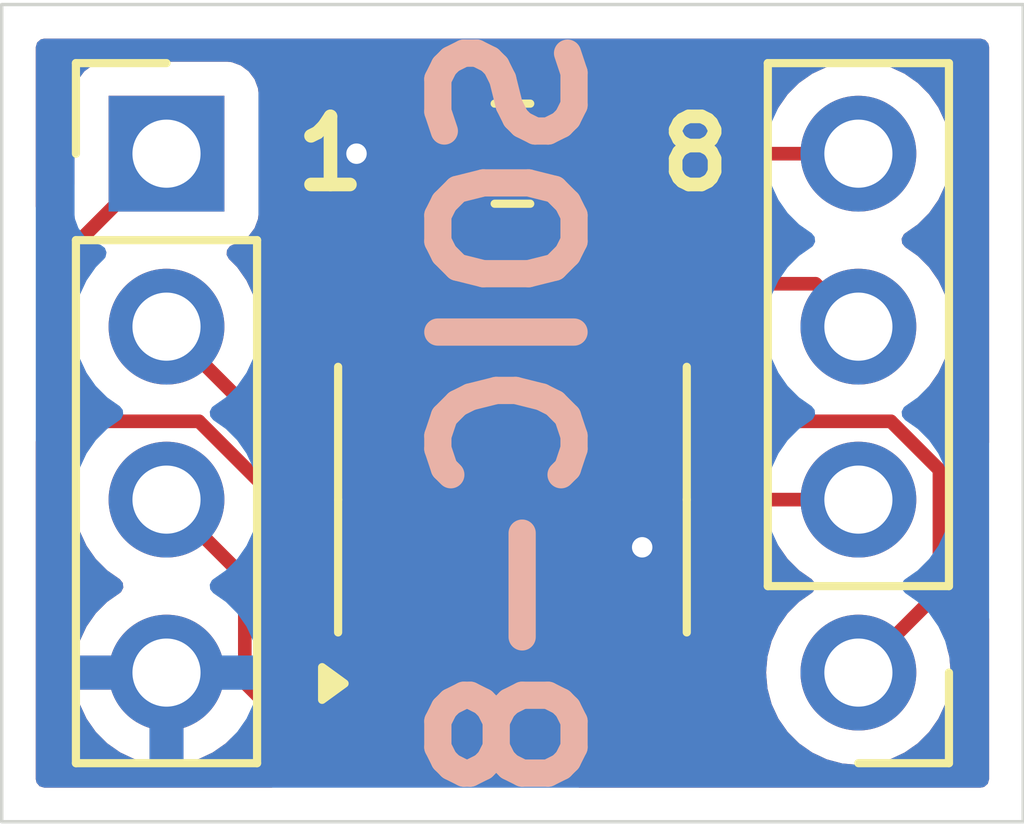
<source format=kicad_pcb>
(kicad_pcb (version 20240108) (generator "pcbnew") (generator_version "8.0")
  (layers (0 "F.Cu" signal) (31 "B.Cu" signal) (34 "B.Paste" user) (35 "F.Paste" user) (36 "B.SilkS" user "B.Silkscreen") (37 "F.SilkS" user "F.Silkscreen") (38 "B.Mask" user) (39 "F.Mask" user) (44 "Edge.Cuts" user))
  (net 0 "")
  (net 1 "/GND")
  (net 2 "Net-(J2-Pin_4)")
  (net 3 "Net-(J2-Pin_3)")
  (net 4 "Net-(J2-Pin_1)")
  (net 5 "Net-(J2-Pin_2)")
  (net 6 "Net-(J1-Pin_3)")
  (net 7 "Net-(J1-Pin_1)")
  (net 8 "Net-(J1-Pin_2)")
  (footprint "Capacitor_SMD:C_0805_2012Metric_Pad1.18x1.45mm_HandSolder" (layer "F.Cu") (at 57.5 52.19)
    (property "Reference" "C1" (hide yes))
    (property "Value" "C" (hide yes))
    (fp_line (start -0.261252 -0.735) (end 0.261252 -0.735) (stroke (width 0.12)) (layer "F.SilkS"))
    (fp_line (start -0.261252 0.735) (end 0.261252 0.735) (stroke (width 0.12)) (layer "F.SilkS"))
    (pad "1" smd roundrect (at -1.0375 0) (size 1.175 1.45) (layers "F.Cu" "F.Paste" "F.Mask") (roundrect_rratio 0.212766) (net 1 "/GND"))
    (pad "2" smd roundrect (at 1.0375 0) (size 1.175 1.45) (layers "F.Cu" "F.Paste" "F.Mask") (roundrect_rratio 0.212766) (net 2 "Net-(J2-Pin_4)"))
  )
  (footprint "Connector_PinHeader_2.54mm:PinHeader_1x04_P2.54mm_Vertical" (layer "F.Cu") (at 52.42 52.19)
    (property "Reference" "J1" (hide yes))
    (property "Value" "soic_8_left" (hide yes))
    (fp_line (start -1.33 -1.33) (end 0 -1.33) (stroke (width 0.12)) (layer "F.SilkS"))
    (fp_line (start -1.33 0) (end -1.33 -1.33) (stroke (width 0.12)) (layer "F.SilkS"))
    (fp_line (start -1.33 1.27) (end -1.33 8.95) (stroke (width 0.12)) (layer "F.SilkS"))
    (fp_line (start -1.33 1.27) (end 1.33 1.27) (stroke (width 0.12)) (layer "F.SilkS"))
    (fp_line (start -1.33 8.95) (end 1.33 8.95) (stroke (width 0.12)) (layer "F.SilkS"))
    (fp_line (start 1.33 1.27) (end 1.33 8.95) (stroke (width 0.12)) (layer "F.SilkS"))
    (pad "1" thru_hole rect (at 0 0) (size 1.7 1.7) (drill 1) (layers "*.Cu" "*.Mask") (net 7 "Net-(J1-Pin_1)"))
    (pad "2" thru_hole oval (at 0 2.54) (size 1.7 1.7) (drill 1) (layers "*.Cu" "*.Mask") (net 8 "Net-(J1-Pin_2)"))
    (pad "3" thru_hole oval (at 0 5.08) (size 1.7 1.7) (drill 1) (layers "*.Cu" "*.Mask") (net 6 "Net-(J1-Pin_3)"))
    (pad "4" thru_hole oval (at 0 7.62) (size 1.7 1.7) (drill 1) (layers "*.Cu" "*.Mask") (net 1 "/GND"))
  )
  (footprint "Connector_PinHeader_2.54mm:PinHeader_1x04_P2.54mm_Vertical" (layer "F.Cu") (at 62.58 59.81 180)
    (property "Reference" "J2" (hide yes))
    (property "Value" "soic_8_right" (hide yes))
    (fp_line (start 1.33 1.27) (end 1.33 8.95) (stroke (width 0.12)) (layer "F.SilkS"))
    (fp_line (start -1.33 8.95) (end 1.33 8.95) (stroke (width 0.12)) (layer "F.SilkS"))
    (fp_line (start -1.33 1.27) (end 1.33 1.27) (stroke (width 0.12)) (layer "F.SilkS"))
    (fp_line (start -1.33 1.27) (end -1.33 8.95) (stroke (width 0.12)) (layer "F.SilkS"))
    (fp_line (start -1.33 0) (end -1.33 -1.33) (stroke (width 0.12)) (layer "F.SilkS"))
    (fp_line (start -1.33 -1.33) (end 0 -1.33) (stroke (width 0.12)) (layer "F.SilkS"))
    (pad "1" thru_hole circle (at 0 0 180) (size 1.7 1.7) (drill 1) (layers "*.Cu" "*.Mask") (net 4 "Net-(J2-Pin_1)"))
    (pad "2" thru_hole oval (at 0 2.54 180) (size 1.7 1.7) (drill 1) (layers "*.Cu" "*.Mask") (net 5 "Net-(J2-Pin_2)"))
    (pad "3" thru_hole oval (at 0 5.08 180) (size 1.7 1.7) (drill 1) (layers "*.Cu" "*.Mask") (net 3 "Net-(J2-Pin_3)"))
    (pad "4" thru_hole oval (at 0 7.62 180) (size 1.7 1.7) (drill 1) (layers "*.Cu" "*.Mask") (net 2 "Net-(J2-Pin_4)"))
  )
  (footprint "Package_SO:SOIC-8_3.9x4.9mm_P1.27mm" (layer "F.Cu") (at 57.5 57.27 90)
    (property "Reference" "U1" (hide yes))
    (property "Value" "soic-8" (hide yes))
    (fp_line (start 0 -2.56) (end 1.95 -2.56) (stroke (width 0.12)) (layer "F.SilkS"))
    (fp_line (start 0 -2.56) (end -1.95 -2.56) (stroke (width 0.12)) (layer "F.SilkS"))
    (fp_line (start 0 2.56) (end 1.95 2.56) (stroke (width 0.12)) (layer "F.SilkS"))
    (fp_line (start 0 2.56) (end -1.95 2.56) (stroke (width 0.12)) (layer "F.SilkS"))
    (fp_poly (pts (xy -2.7 -2.465) (xy -2.94 -2.795) (xy -2.46 -2.795) (xy -2.7 -2.465)) (stroke (width 0.12)) (fill solid) (layer "F.SilkS"))
    (pad "1" smd roundrect (at -2.475 -1.905 90) (size 1.95 0.6) (layers "F.Cu" "F.Paste" "F.Mask") (net 7 "Net-(J1-Pin_1)"))
    (pad "2" smd roundrect (at -2.475 -0.635 90) (size 1.95 0.6) (layers "F.Cu" "F.Paste" "F.Mask") (net 8 "Net-(J1-Pin_2)"))
    (pad "3" smd roundrect (at -2.475 0.635 90) (size 1.95 0.6) (layers "F.Cu" "F.Paste" "F.Mask") (net 6 "Net-(J1-Pin_3)"))
    (pad "4" smd roundrect (at -2.475 1.905 90) (size 1.95 0.6) (layers "F.Cu" "F.Paste" "F.Mask") (net 1 "/GND"))
    (pad "5" smd roundrect (at 2.475 1.905 90) (size 1.95 0.6) (layers "F.Cu" "F.Paste" "F.Mask") (net 4 "Net-(J2-Pin_1)"))
    (pad "6" smd roundrect (at 2.475 0.635 90) (size 1.95 0.6) (layers "F.Cu" "F.Paste" "F.Mask") (net 5 "Net-(J2-Pin_2)"))
    (pad "7" smd roundrect (at 2.475 -0.635 90) (size 1.95 0.6) (layers "F.Cu" "F.Paste" "F.Mask") (net 3 "Net-(J2-Pin_3)"))
    (pad "8" smd roundrect (at 2.475 -1.905 90) (size 1.95 0.6) (layers "F.Cu" "F.Paste" "F.Mask") (net 2 "Net-(J2-Pin_4)"))
  )
  (gr_rect (start 50 50) (end 65 62) (stroke (width 0.05)) (fill none) (layer "Edge.Cuts"))
  (gr_text "SOIC-8" (at 57.5 56 90) (layer "B.SilkS") (effects (font (size 2 2) (thickness 0.4) (bold yes)) (justify mirror)))
  (gr_text "1" (at 54.22 52.19 0) (layer "F.SilkS") (effects (font (size 1 1) (thickness 0.2) (bold yes)) (justify left)))
  (gr_text "8" (at 60.79 52.19 0) (layer "F.SilkS") (effects (font (size 1 1) (thickness 0.2) (bold yes)) (justify right)))
  (segment (start 59.44 57.97) (end 59.41 58) (width 0.2) (layer "F.Cu") (net 1))
  (segment (start 56.4625 52.19) (end 55.21 52.19) (width 0.5) (layer "F.Cu") (net 1))
  (segment (start 59.405 59.745) (end 59.405 57.97) (width 0.5) (layer "F.Cu") (net 1))
  (via (at 59.405 57.97) (size 0.6) (drill 0.3) (layers "F.Cu" "B.Cu") (net 1))
  (via (at 55.21 52.19) (size 0.6) (drill 0.3) (layers "F.Cu" "B.Cu") (net 1))
  (segment (start 55.19 54.55) (end 58.61 57.97) (width 0.5) (layer "B.Cu") (net 1))
  (segment (start 53.85 59.81) (end 52.42 59.81) (width 0.5) (layer "B.Cu") (net 1))
  (segment (start 55.19 54.55) (end 55.19 58.47) (width 0.5) (layer "B.Cu") (net 1))
  (segment (start 55.19 58.47) (end 53.85 59.81) (width 0.5) (layer "B.Cu") (net 1))
  (segment (start 55.19 52.21) (end 55.19 54.55) (width 0.5) (layer "B.Cu") (net 1))
  (segment (start 58.61 57.97) (end 59.44 57.97) (width 0.5) (layer "B.Cu") (net 1))
  (segment (start 57.4275 53.3) (end 58.5375 52.19) (width 0.2) (layer "F.Cu") (net 2))
  (segment (start 56.735001 53.3) (end 57.4275 53.3) (width 0.2) (layer "F.Cu") (net 2))
  (segment (start 55.595 55.415) (end 55.595 54.440001) (width 0.2) (layer "F.Cu") (net 2))
  (segment (start 55.595 54.440001) (end 56.735001 53.3) (width 0.2) (layer "F.Cu") (net 2))
  (segment (start 58.5375 52.19) (end 62.58 52.19) (width 0.2) (layer "F.Cu") (net 2))
  (segment (start 57.205001 54.1) (end 61.95 54.1) (width 0.2) (layer "F.Cu") (net 3))
  (segment (start 56.865 55.415) (end 56.865 54.440001) (width 0.2) (layer "F.Cu") (net 3))
  (segment (start 61.95 54.1) (end 62.58 54.73) (width 0.2) (layer "F.Cu") (net 3))
  (segment (start 56.865 54.440001) (end 57.205001 54.1) (width 0.2) (layer "F.Cu") (net 3))
  (segment (start 63.77 58.62) (end 62.58 59.81) (width 0.2) (layer "F.Cu") (net 4))
  (segment (start 63.77 56.833654) (end 63.77 58.62) (width 0.2) (layer "F.Cu") (net 4))
  (segment (start 59.405 55.415) (end 60.11 56.12) (width 0.2) (layer "F.Cu") (net 4))
  (segment (start 60.11 56.12) (end 63.056346 56.12) (width 0.2) (layer "F.Cu") (net 4))
  (segment (start 63.056346 56.12) (end 63.77 56.833654) (width 0.2) (layer "F.Cu") (net 4))
  (segment (start 59.015001 57.27) (end 62.58 57.27) (width 0.2) (layer "F.Cu") (net 5))
  (segment (start 58.135 56.389999) (end 59.015001 57.27) (width 0.2) (layer "F.Cu") (net 5))
  (segment (start 58.135 55.415) (end 58.135 56.389999) (width 0.2) (layer "F.Cu") (net 5))
  (segment (start 54.78 61.17) (end 53.57 59.96) (width 0.2) (layer "F.Cu") (net 6))
  (segment (start 58.135 59.745) (end 58.135 60.695) (width 0.2) (layer "F.Cu") (net 6))
  (segment (start 58.135 60.695) (end 57.66 61.17) (width 0.2) (layer "F.Cu") (net 6))
  (segment (start 53.57 58.42) (end 52.42 57.27) (width 0.2) (layer "F.Cu") (net 6))
  (segment (start 57.66 61.17) (end 54.78 61.17) (width 0.2) (layer "F.Cu") (net 6))
  (segment (start 53.57 59.96) (end 53.57 58.42) (width 0.2) (layer "F.Cu") (net 6))
  (segment (start 52.896346 56.12) (end 51.35 56.12) (width 0.2) (layer "F.Cu") (net 7))
  (segment (start 51.35 56.12) (end 51.02 55.79) (width 0.2) (layer "F.Cu") (net 7))
  (segment (start 55.595 60.365) (end 55.595 58.135) (width 0.2) (layer "F.Cu") (net 7))
  (segment (start 51.02 55.79) (end 51.02 53.59) (width 0.2) (layer "F.Cu") (net 7))
  (segment (start 55.595 58.135) (end 54.653654 57.193654) (width 0.2) (layer "F.Cu") (net 7))
  (segment (start 53.97 57.193654) (end 52.896346 56.12) (width 0.2) (layer "F.Cu") (net 7))
  (segment (start 51.02 53.59) (end 52.42 52.19) (width 0.2) (layer "F.Cu") (net 7))
  (segment (start 54.653654 57.193654) (end 53.97 57.193654) (width 0.2) (layer "F.Cu") (net 7))
  (segment (start 56.865 60.365) (end 56.865 57.185) (width 0.2) (layer "F.Cu") (net 8))
  (segment (start 54.33 56.64) (end 52.42 54.73) (width 0.2) (layer "F.Cu") (net 8))
  (segment (start 56.865 57.185) (end 56.32 56.64) (width 0.2) (layer "F.Cu") (net 8))
  (segment (start 56.32 56.64) (end 54.33 56.64) (width 0.2) (layer "F.Cu") (net 8))
  (zone (net 1) (net_name "/GND") (layers "F&B.Cu") (connect_pads (clearance 0.5)) (min_thickness 0.25) (fill yes (thermal_gap 0.5) (thermal_bridge_width 0.5))
    (polygon (pts (xy 50 50) (xy 65 50) (xy 65 62) (xy 50 62)))
  )
)
</source>
